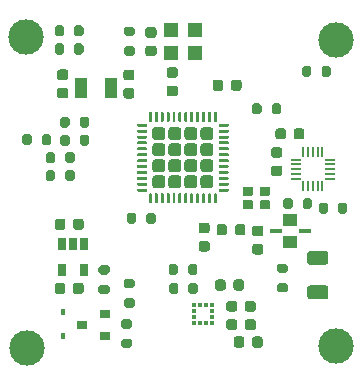
<source format=gtp>
G04 #@! TF.GenerationSoftware,KiCad,Pcbnew,(5.1.12)-1*
G04 #@! TF.CreationDate,2022-01-26T09:33:20+03:00*
G04 #@! TF.ProjectId,d_watch_v2,645f7761-7463-4685-9f76-322e6b696361,rev?*
G04 #@! TF.SameCoordinates,Original*
G04 #@! TF.FileFunction,Paste,Top*
G04 #@! TF.FilePolarity,Positive*
%FSLAX46Y46*%
G04 Gerber Fmt 4.6, Leading zero omitted, Abs format (unit mm)*
G04 Created by KiCad (PCBNEW (5.1.12)-1) date 2022-01-26 09:33:20*
%MOMM*%
%LPD*%
G01*
G04 APERTURE LIST*
%ADD10R,1.000000X1.800000*%
%ADD11O,0.250000X0.900000*%
%ADD12O,0.900000X0.250000*%
%ADD13R,1.300000X1.000000*%
%ADD14R,1.000000X0.350000*%
%ADD15R,1.300000X1.300000*%
%ADD16R,0.900000X0.800000*%
%ADD17R,0.450000X0.600000*%
%ADD18C,3.000000*%
%ADD19R,0.350000X0.375000*%
%ADD20R,0.375000X0.350000*%
%ADD21R,0.650000X1.060000*%
G04 APERTURE END LIST*
D10*
X108880000Y-36040000D03*
X106380000Y-36040000D03*
G36*
G01*
X121593600Y-45550000D02*
X122286400Y-45550000D01*
G75*
G02*
X122370000Y-45633600I0J-83600D01*
G01*
X122370000Y-46226400D01*
G75*
G02*
X122286400Y-46310000I-83600J0D01*
G01*
X121593600Y-46310000D01*
G75*
G02*
X121510000Y-46226400I0J83600D01*
G01*
X121510000Y-45633600D01*
G75*
G02*
X121593600Y-45550000I83600J0D01*
G01*
G37*
G36*
G01*
X120143600Y-45550000D02*
X120836400Y-45550000D01*
G75*
G02*
X120920000Y-45633600I0J-83600D01*
G01*
X120920000Y-46226400D01*
G75*
G02*
X120836400Y-46310000I-83600J0D01*
G01*
X120143600Y-46310000D01*
G75*
G02*
X120060000Y-46226400I0J83600D01*
G01*
X120060000Y-45633600D01*
G75*
G02*
X120143600Y-45550000I83600J0D01*
G01*
G37*
G36*
G01*
X120143600Y-44400000D02*
X120836400Y-44400000D01*
G75*
G02*
X120920000Y-44483600I0J-83600D01*
G01*
X120920000Y-45076400D01*
G75*
G02*
X120836400Y-45160000I-83600J0D01*
G01*
X120143600Y-45160000D01*
G75*
G02*
X120060000Y-45076400I0J83600D01*
G01*
X120060000Y-44483600D01*
G75*
G02*
X120143600Y-44400000I83600J0D01*
G01*
G37*
G36*
G01*
X121593600Y-44400000D02*
X122286400Y-44400000D01*
G75*
G02*
X122370000Y-44483600I0J-83600D01*
G01*
X122370000Y-45076400D01*
G75*
G02*
X122286400Y-45160000I-83600J0D01*
G01*
X121593600Y-45160000D01*
G75*
G02*
X121510000Y-45076400I0J83600D01*
G01*
X121510000Y-44483600D01*
G75*
G02*
X121593600Y-44400000I83600J0D01*
G01*
G37*
D11*
X125210000Y-41450000D03*
X125610000Y-41450000D03*
X126010000Y-41450000D03*
X126410000Y-41450000D03*
X126810000Y-41450000D03*
D12*
X127460000Y-42100000D03*
X127460000Y-42500000D03*
X127460000Y-42900000D03*
X127460000Y-43300000D03*
X127460000Y-43700000D03*
D11*
X126810000Y-44350000D03*
X126410000Y-44350000D03*
X126010000Y-44350000D03*
X125610000Y-44350000D03*
X125210000Y-44350000D03*
D12*
X124560000Y-43700000D03*
X124560000Y-43300000D03*
X124560000Y-42900000D03*
X124560000Y-42500000D03*
X124560000Y-42100000D03*
D13*
X124100000Y-49040000D03*
X124100000Y-47240000D03*
D14*
X125300000Y-48140000D03*
X122900000Y-48140000D03*
G36*
G01*
X125786000Y-52740000D02*
X127054000Y-52740000D01*
G75*
G02*
X127330000Y-53016000I0J-276000D01*
G01*
X127330000Y-53664000D01*
G75*
G02*
X127054000Y-53940000I-276000J0D01*
G01*
X125786000Y-53940000D01*
G75*
G02*
X125510000Y-53664000I0J276000D01*
G01*
X125510000Y-53016000D01*
G75*
G02*
X125786000Y-52740000I276000J0D01*
G01*
G37*
G36*
G01*
X125786000Y-49820000D02*
X127054000Y-49820000D01*
G75*
G02*
X127330000Y-50096000I0J-276000D01*
G01*
X127330000Y-50744000D01*
G75*
G02*
X127054000Y-51020000I-276000J0D01*
G01*
X125786000Y-51020000D01*
G75*
G02*
X125510000Y-50744000I0J276000D01*
G01*
X125510000Y-50096000D01*
G75*
G02*
X125786000Y-49820000I276000J0D01*
G01*
G37*
D15*
X116000000Y-31100000D03*
X116000000Y-33100000D03*
X114000000Y-33100000D03*
X114000000Y-31100000D03*
D16*
X106440000Y-56100000D03*
X108440000Y-55150000D03*
X108440000Y-57050000D03*
D17*
X104840000Y-57070000D03*
X104840000Y-54970000D03*
G36*
G01*
X110185000Y-53830000D02*
X110735000Y-53830000D01*
G75*
G02*
X110935000Y-54030000I0J-200000D01*
G01*
X110935000Y-54430000D01*
G75*
G02*
X110735000Y-54630000I-200000J0D01*
G01*
X110185000Y-54630000D01*
G75*
G02*
X109985000Y-54430000I0J200000D01*
G01*
X109985000Y-54030000D01*
G75*
G02*
X110185000Y-53830000I200000J0D01*
G01*
G37*
G36*
G01*
X110185000Y-52180000D02*
X110735000Y-52180000D01*
G75*
G02*
X110935000Y-52380000I0J-200000D01*
G01*
X110935000Y-52780000D01*
G75*
G02*
X110735000Y-52980000I-200000J0D01*
G01*
X110185000Y-52980000D01*
G75*
G02*
X109985000Y-52780000I0J200000D01*
G01*
X109985000Y-52380000D01*
G75*
G02*
X110185000Y-52180000I200000J0D01*
G01*
G37*
G36*
G01*
X109965000Y-57260000D02*
X110515000Y-57260000D01*
G75*
G02*
X110715000Y-57460000I0J-200000D01*
G01*
X110715000Y-57860000D01*
G75*
G02*
X110515000Y-58060000I-200000J0D01*
G01*
X109965000Y-58060000D01*
G75*
G02*
X109765000Y-57860000I0J200000D01*
G01*
X109765000Y-57460000D01*
G75*
G02*
X109965000Y-57260000I200000J0D01*
G01*
G37*
G36*
G01*
X109965000Y-55610000D02*
X110515000Y-55610000D01*
G75*
G02*
X110715000Y-55810000I0J-200000D01*
G01*
X110715000Y-56210000D01*
G75*
G02*
X110515000Y-56410000I-200000J0D01*
G01*
X109965000Y-56410000D01*
G75*
G02*
X109765000Y-56210000I0J200000D01*
G01*
X109765000Y-55810000D01*
G75*
G02*
X109965000Y-55610000I200000J0D01*
G01*
G37*
D18*
X101770000Y-58080000D03*
X127950000Y-31950000D03*
X127980000Y-57900000D03*
X101750000Y-31740000D03*
G36*
G01*
X110195000Y-32490000D02*
X110745000Y-32490000D01*
G75*
G02*
X110945000Y-32690000I0J-200000D01*
G01*
X110945000Y-33090000D01*
G75*
G02*
X110745000Y-33290000I-200000J0D01*
G01*
X110195000Y-33290000D01*
G75*
G02*
X109995000Y-33090000I0J200000D01*
G01*
X109995000Y-32690000D01*
G75*
G02*
X110195000Y-32490000I200000J0D01*
G01*
G37*
G36*
G01*
X110195000Y-30840000D02*
X110745000Y-30840000D01*
G75*
G02*
X110945000Y-31040000I0J-200000D01*
G01*
X110945000Y-31440000D01*
G75*
G02*
X110745000Y-31640000I-200000J0D01*
G01*
X110195000Y-31640000D01*
G75*
G02*
X109995000Y-31440000I0J200000D01*
G01*
X109995000Y-31040000D01*
G75*
G02*
X110195000Y-30840000I200000J0D01*
G01*
G37*
G36*
G01*
X114360000Y-35190000D02*
X113860000Y-35190000D01*
G75*
G02*
X113635000Y-34965000I0J225000D01*
G01*
X113635000Y-34515000D01*
G75*
G02*
X113860000Y-34290000I225000J0D01*
G01*
X114360000Y-34290000D01*
G75*
G02*
X114585000Y-34515000I0J-225000D01*
G01*
X114585000Y-34965000D01*
G75*
G02*
X114360000Y-35190000I-225000J0D01*
G01*
G37*
G36*
G01*
X114360000Y-36740000D02*
X113860000Y-36740000D01*
G75*
G02*
X113635000Y-36515000I0J225000D01*
G01*
X113635000Y-36065000D01*
G75*
G02*
X113860000Y-35840000I225000J0D01*
G01*
X114360000Y-35840000D01*
G75*
G02*
X114585000Y-36065000I0J-225000D01*
G01*
X114585000Y-36515000D01*
G75*
G02*
X114360000Y-36740000I-225000J0D01*
G01*
G37*
G36*
G01*
X121090000Y-49240000D02*
X121590000Y-49240000D01*
G75*
G02*
X121815000Y-49465000I0J-225000D01*
G01*
X121815000Y-49915000D01*
G75*
G02*
X121590000Y-50140000I-225000J0D01*
G01*
X121090000Y-50140000D01*
G75*
G02*
X120865000Y-49915000I0J225000D01*
G01*
X120865000Y-49465000D01*
G75*
G02*
X121090000Y-49240000I225000J0D01*
G01*
G37*
G36*
G01*
X121090000Y-47690000D02*
X121590000Y-47690000D01*
G75*
G02*
X121815000Y-47915000I0J-225000D01*
G01*
X121815000Y-48365000D01*
G75*
G02*
X121590000Y-48590000I-225000J0D01*
G01*
X121090000Y-48590000D01*
G75*
G02*
X120865000Y-48365000I0J225000D01*
G01*
X120865000Y-47915000D01*
G75*
G02*
X121090000Y-47690000I225000J0D01*
G01*
G37*
G36*
G01*
X119427500Y-48286250D02*
X119427500Y-47773750D01*
G75*
G02*
X119646250Y-47555000I218750J0D01*
G01*
X120083750Y-47555000D01*
G75*
G02*
X120302500Y-47773750I0J-218750D01*
G01*
X120302500Y-48286250D01*
G75*
G02*
X120083750Y-48505000I-218750J0D01*
G01*
X119646250Y-48505000D01*
G75*
G02*
X119427500Y-48286250I0J218750D01*
G01*
G37*
G36*
G01*
X117852500Y-48286250D02*
X117852500Y-47773750D01*
G75*
G02*
X118071250Y-47555000I218750J0D01*
G01*
X118508750Y-47555000D01*
G75*
G02*
X118727500Y-47773750I0J-218750D01*
G01*
X118727500Y-48286250D01*
G75*
G02*
X118508750Y-48505000I-218750J0D01*
G01*
X118071250Y-48505000D01*
G75*
G02*
X117852500Y-48286250I0J218750D01*
G01*
G37*
G36*
G01*
X120860000Y-57800000D02*
X120860000Y-57300000D01*
G75*
G02*
X121085000Y-57075000I225000J0D01*
G01*
X121535000Y-57075000D01*
G75*
G02*
X121760000Y-57300000I0J-225000D01*
G01*
X121760000Y-57800000D01*
G75*
G02*
X121535000Y-58025000I-225000J0D01*
G01*
X121085000Y-58025000D01*
G75*
G02*
X120860000Y-57800000I0J225000D01*
G01*
G37*
G36*
G01*
X119310000Y-57800000D02*
X119310000Y-57300000D01*
G75*
G02*
X119535000Y-57075000I225000J0D01*
G01*
X119985000Y-57075000D01*
G75*
G02*
X120210000Y-57300000I0J-225000D01*
G01*
X120210000Y-57800000D01*
G75*
G02*
X119985000Y-58025000I-225000J0D01*
G01*
X119535000Y-58025000D01*
G75*
G02*
X119310000Y-57800000I0J225000D01*
G01*
G37*
D19*
X116492500Y-54407500D03*
X116992500Y-54407500D03*
X116992500Y-55932500D03*
X116492500Y-55932500D03*
D20*
X117505000Y-54420000D03*
X115980000Y-54420000D03*
X117505000Y-55920000D03*
X115980000Y-55920000D03*
X117505000Y-55420000D03*
X117505000Y-54920000D03*
X115980000Y-55420000D03*
X115980000Y-54920000D03*
D21*
X106650000Y-51420000D03*
X104750000Y-51420000D03*
X104750000Y-49220000D03*
X105700000Y-49220000D03*
X106650000Y-49220000D03*
G36*
G01*
X116490000Y-44280000D02*
X116490000Y-43680000D01*
G75*
G02*
X116740000Y-43430000I250000J0D01*
G01*
X117340000Y-43430000D01*
G75*
G02*
X117590000Y-43680000I0J-250000D01*
G01*
X117590000Y-44280000D01*
G75*
G02*
X117340000Y-44530000I-250000J0D01*
G01*
X116740000Y-44530000D01*
G75*
G02*
X116490000Y-44280000I0J250000D01*
G01*
G37*
G36*
G01*
X116490000Y-42920000D02*
X116490000Y-42320000D01*
G75*
G02*
X116740000Y-42070000I250000J0D01*
G01*
X117340000Y-42070000D01*
G75*
G02*
X117590000Y-42320000I0J-250000D01*
G01*
X117590000Y-42920000D01*
G75*
G02*
X117340000Y-43170000I-250000J0D01*
G01*
X116740000Y-43170000D01*
G75*
G02*
X116490000Y-42920000I0J250000D01*
G01*
G37*
G36*
G01*
X116490000Y-41560000D02*
X116490000Y-40960000D01*
G75*
G02*
X116740000Y-40710000I250000J0D01*
G01*
X117340000Y-40710000D01*
G75*
G02*
X117590000Y-40960000I0J-250000D01*
G01*
X117590000Y-41560000D01*
G75*
G02*
X117340000Y-41810000I-250000J0D01*
G01*
X116740000Y-41810000D01*
G75*
G02*
X116490000Y-41560000I0J250000D01*
G01*
G37*
G36*
G01*
X116490000Y-40200000D02*
X116490000Y-39600000D01*
G75*
G02*
X116740000Y-39350000I250000J0D01*
G01*
X117340000Y-39350000D01*
G75*
G02*
X117590000Y-39600000I0J-250000D01*
G01*
X117590000Y-40200000D01*
G75*
G02*
X117340000Y-40450000I-250000J0D01*
G01*
X116740000Y-40450000D01*
G75*
G02*
X116490000Y-40200000I0J250000D01*
G01*
G37*
G36*
G01*
X115130000Y-44280000D02*
X115130000Y-43680000D01*
G75*
G02*
X115380000Y-43430000I250000J0D01*
G01*
X115980000Y-43430000D01*
G75*
G02*
X116230000Y-43680000I0J-250000D01*
G01*
X116230000Y-44280000D01*
G75*
G02*
X115980000Y-44530000I-250000J0D01*
G01*
X115380000Y-44530000D01*
G75*
G02*
X115130000Y-44280000I0J250000D01*
G01*
G37*
G36*
G01*
X115130000Y-42920000D02*
X115130000Y-42320000D01*
G75*
G02*
X115380000Y-42070000I250000J0D01*
G01*
X115980000Y-42070000D01*
G75*
G02*
X116230000Y-42320000I0J-250000D01*
G01*
X116230000Y-42920000D01*
G75*
G02*
X115980000Y-43170000I-250000J0D01*
G01*
X115380000Y-43170000D01*
G75*
G02*
X115130000Y-42920000I0J250000D01*
G01*
G37*
G36*
G01*
X115130000Y-41560000D02*
X115130000Y-40960000D01*
G75*
G02*
X115380000Y-40710000I250000J0D01*
G01*
X115980000Y-40710000D01*
G75*
G02*
X116230000Y-40960000I0J-250000D01*
G01*
X116230000Y-41560000D01*
G75*
G02*
X115980000Y-41810000I-250000J0D01*
G01*
X115380000Y-41810000D01*
G75*
G02*
X115130000Y-41560000I0J250000D01*
G01*
G37*
G36*
G01*
X115130000Y-40200000D02*
X115130000Y-39600000D01*
G75*
G02*
X115380000Y-39350000I250000J0D01*
G01*
X115980000Y-39350000D01*
G75*
G02*
X116230000Y-39600000I0J-250000D01*
G01*
X116230000Y-40200000D01*
G75*
G02*
X115980000Y-40450000I-250000J0D01*
G01*
X115380000Y-40450000D01*
G75*
G02*
X115130000Y-40200000I0J250000D01*
G01*
G37*
G36*
G01*
X113770000Y-44280000D02*
X113770000Y-43680000D01*
G75*
G02*
X114020000Y-43430000I250000J0D01*
G01*
X114620000Y-43430000D01*
G75*
G02*
X114870000Y-43680000I0J-250000D01*
G01*
X114870000Y-44280000D01*
G75*
G02*
X114620000Y-44530000I-250000J0D01*
G01*
X114020000Y-44530000D01*
G75*
G02*
X113770000Y-44280000I0J250000D01*
G01*
G37*
G36*
G01*
X113770000Y-42920000D02*
X113770000Y-42320000D01*
G75*
G02*
X114020000Y-42070000I250000J0D01*
G01*
X114620000Y-42070000D01*
G75*
G02*
X114870000Y-42320000I0J-250000D01*
G01*
X114870000Y-42920000D01*
G75*
G02*
X114620000Y-43170000I-250000J0D01*
G01*
X114020000Y-43170000D01*
G75*
G02*
X113770000Y-42920000I0J250000D01*
G01*
G37*
G36*
G01*
X113770000Y-41560000D02*
X113770000Y-40960000D01*
G75*
G02*
X114020000Y-40710000I250000J0D01*
G01*
X114620000Y-40710000D01*
G75*
G02*
X114870000Y-40960000I0J-250000D01*
G01*
X114870000Y-41560000D01*
G75*
G02*
X114620000Y-41810000I-250000J0D01*
G01*
X114020000Y-41810000D01*
G75*
G02*
X113770000Y-41560000I0J250000D01*
G01*
G37*
G36*
G01*
X113770000Y-40200000D02*
X113770000Y-39600000D01*
G75*
G02*
X114020000Y-39350000I250000J0D01*
G01*
X114620000Y-39350000D01*
G75*
G02*
X114870000Y-39600000I0J-250000D01*
G01*
X114870000Y-40200000D01*
G75*
G02*
X114620000Y-40450000I-250000J0D01*
G01*
X114020000Y-40450000D01*
G75*
G02*
X113770000Y-40200000I0J250000D01*
G01*
G37*
G36*
G01*
X112410000Y-44280000D02*
X112410000Y-43680000D01*
G75*
G02*
X112660000Y-43430000I250000J0D01*
G01*
X113260000Y-43430000D01*
G75*
G02*
X113510000Y-43680000I0J-250000D01*
G01*
X113510000Y-44280000D01*
G75*
G02*
X113260000Y-44530000I-250000J0D01*
G01*
X112660000Y-44530000D01*
G75*
G02*
X112410000Y-44280000I0J250000D01*
G01*
G37*
G36*
G01*
X112410000Y-42920000D02*
X112410000Y-42320000D01*
G75*
G02*
X112660000Y-42070000I250000J0D01*
G01*
X113260000Y-42070000D01*
G75*
G02*
X113510000Y-42320000I0J-250000D01*
G01*
X113510000Y-42920000D01*
G75*
G02*
X113260000Y-43170000I-250000J0D01*
G01*
X112660000Y-43170000D01*
G75*
G02*
X112410000Y-42920000I0J250000D01*
G01*
G37*
G36*
G01*
X112410000Y-41560000D02*
X112410000Y-40960000D01*
G75*
G02*
X112660000Y-40710000I250000J0D01*
G01*
X113260000Y-40710000D01*
G75*
G02*
X113510000Y-40960000I0J-250000D01*
G01*
X113510000Y-41560000D01*
G75*
G02*
X113260000Y-41810000I-250000J0D01*
G01*
X112660000Y-41810000D01*
G75*
G02*
X112410000Y-41560000I0J250000D01*
G01*
G37*
G36*
G01*
X112410000Y-40200000D02*
X112410000Y-39600000D01*
G75*
G02*
X112660000Y-39350000I250000J0D01*
G01*
X113260000Y-39350000D01*
G75*
G02*
X113510000Y-39600000I0J-250000D01*
G01*
X113510000Y-40200000D01*
G75*
G02*
X113260000Y-40450000I-250000J0D01*
G01*
X112660000Y-40450000D01*
G75*
G02*
X112410000Y-40200000I0J250000D01*
G01*
G37*
G36*
G01*
X112125000Y-38852500D02*
X112125000Y-38127500D01*
G75*
G02*
X112187500Y-38065000I62500J0D01*
G01*
X112312500Y-38065000D01*
G75*
G02*
X112375000Y-38127500I0J-62500D01*
G01*
X112375000Y-38852500D01*
G75*
G02*
X112312500Y-38915000I-62500J0D01*
G01*
X112187500Y-38915000D01*
G75*
G02*
X112125000Y-38852500I0J62500D01*
G01*
G37*
G36*
G01*
X112625000Y-38852500D02*
X112625000Y-38127500D01*
G75*
G02*
X112687500Y-38065000I62500J0D01*
G01*
X112812500Y-38065000D01*
G75*
G02*
X112875000Y-38127500I0J-62500D01*
G01*
X112875000Y-38852500D01*
G75*
G02*
X112812500Y-38915000I-62500J0D01*
G01*
X112687500Y-38915000D01*
G75*
G02*
X112625000Y-38852500I0J62500D01*
G01*
G37*
G36*
G01*
X113125000Y-38852500D02*
X113125000Y-38127500D01*
G75*
G02*
X113187500Y-38065000I62500J0D01*
G01*
X113312500Y-38065000D01*
G75*
G02*
X113375000Y-38127500I0J-62500D01*
G01*
X113375000Y-38852500D01*
G75*
G02*
X113312500Y-38915000I-62500J0D01*
G01*
X113187500Y-38915000D01*
G75*
G02*
X113125000Y-38852500I0J62500D01*
G01*
G37*
G36*
G01*
X113625000Y-38852500D02*
X113625000Y-38127500D01*
G75*
G02*
X113687500Y-38065000I62500J0D01*
G01*
X113812500Y-38065000D01*
G75*
G02*
X113875000Y-38127500I0J-62500D01*
G01*
X113875000Y-38852500D01*
G75*
G02*
X113812500Y-38915000I-62500J0D01*
G01*
X113687500Y-38915000D01*
G75*
G02*
X113625000Y-38852500I0J62500D01*
G01*
G37*
G36*
G01*
X114125000Y-38852500D02*
X114125000Y-38127500D01*
G75*
G02*
X114187500Y-38065000I62500J0D01*
G01*
X114312500Y-38065000D01*
G75*
G02*
X114375000Y-38127500I0J-62500D01*
G01*
X114375000Y-38852500D01*
G75*
G02*
X114312500Y-38915000I-62500J0D01*
G01*
X114187500Y-38915000D01*
G75*
G02*
X114125000Y-38852500I0J62500D01*
G01*
G37*
G36*
G01*
X114625000Y-38852500D02*
X114625000Y-38127500D01*
G75*
G02*
X114687500Y-38065000I62500J0D01*
G01*
X114812500Y-38065000D01*
G75*
G02*
X114875000Y-38127500I0J-62500D01*
G01*
X114875000Y-38852500D01*
G75*
G02*
X114812500Y-38915000I-62500J0D01*
G01*
X114687500Y-38915000D01*
G75*
G02*
X114625000Y-38852500I0J62500D01*
G01*
G37*
G36*
G01*
X115125000Y-38852500D02*
X115125000Y-38127500D01*
G75*
G02*
X115187500Y-38065000I62500J0D01*
G01*
X115312500Y-38065000D01*
G75*
G02*
X115375000Y-38127500I0J-62500D01*
G01*
X115375000Y-38852500D01*
G75*
G02*
X115312500Y-38915000I-62500J0D01*
G01*
X115187500Y-38915000D01*
G75*
G02*
X115125000Y-38852500I0J62500D01*
G01*
G37*
G36*
G01*
X115625000Y-38852500D02*
X115625000Y-38127500D01*
G75*
G02*
X115687500Y-38065000I62500J0D01*
G01*
X115812500Y-38065000D01*
G75*
G02*
X115875000Y-38127500I0J-62500D01*
G01*
X115875000Y-38852500D01*
G75*
G02*
X115812500Y-38915000I-62500J0D01*
G01*
X115687500Y-38915000D01*
G75*
G02*
X115625000Y-38852500I0J62500D01*
G01*
G37*
G36*
G01*
X116125000Y-38852500D02*
X116125000Y-38127500D01*
G75*
G02*
X116187500Y-38065000I62500J0D01*
G01*
X116312500Y-38065000D01*
G75*
G02*
X116375000Y-38127500I0J-62500D01*
G01*
X116375000Y-38852500D01*
G75*
G02*
X116312500Y-38915000I-62500J0D01*
G01*
X116187500Y-38915000D01*
G75*
G02*
X116125000Y-38852500I0J62500D01*
G01*
G37*
G36*
G01*
X116625000Y-38852500D02*
X116625000Y-38127500D01*
G75*
G02*
X116687500Y-38065000I62500J0D01*
G01*
X116812500Y-38065000D01*
G75*
G02*
X116875000Y-38127500I0J-62500D01*
G01*
X116875000Y-38852500D01*
G75*
G02*
X116812500Y-38915000I-62500J0D01*
G01*
X116687500Y-38915000D01*
G75*
G02*
X116625000Y-38852500I0J62500D01*
G01*
G37*
G36*
G01*
X117125000Y-38852500D02*
X117125000Y-38127500D01*
G75*
G02*
X117187500Y-38065000I62500J0D01*
G01*
X117312500Y-38065000D01*
G75*
G02*
X117375000Y-38127500I0J-62500D01*
G01*
X117375000Y-38852500D01*
G75*
G02*
X117312500Y-38915000I-62500J0D01*
G01*
X117187500Y-38915000D01*
G75*
G02*
X117125000Y-38852500I0J62500D01*
G01*
G37*
G36*
G01*
X117625000Y-38852500D02*
X117625000Y-38127500D01*
G75*
G02*
X117687500Y-38065000I62500J0D01*
G01*
X117812500Y-38065000D01*
G75*
G02*
X117875000Y-38127500I0J-62500D01*
G01*
X117875000Y-38852500D01*
G75*
G02*
X117812500Y-38915000I-62500J0D01*
G01*
X117687500Y-38915000D01*
G75*
G02*
X117625000Y-38852500I0J62500D01*
G01*
G37*
G36*
G01*
X118025000Y-39252500D02*
X118025000Y-39127500D01*
G75*
G02*
X118087500Y-39065000I62500J0D01*
G01*
X118812500Y-39065000D01*
G75*
G02*
X118875000Y-39127500I0J-62500D01*
G01*
X118875000Y-39252500D01*
G75*
G02*
X118812500Y-39315000I-62500J0D01*
G01*
X118087500Y-39315000D01*
G75*
G02*
X118025000Y-39252500I0J62500D01*
G01*
G37*
G36*
G01*
X118025000Y-39752500D02*
X118025000Y-39627500D01*
G75*
G02*
X118087500Y-39565000I62500J0D01*
G01*
X118812500Y-39565000D01*
G75*
G02*
X118875000Y-39627500I0J-62500D01*
G01*
X118875000Y-39752500D01*
G75*
G02*
X118812500Y-39815000I-62500J0D01*
G01*
X118087500Y-39815000D01*
G75*
G02*
X118025000Y-39752500I0J62500D01*
G01*
G37*
G36*
G01*
X118025000Y-40252500D02*
X118025000Y-40127500D01*
G75*
G02*
X118087500Y-40065000I62500J0D01*
G01*
X118812500Y-40065000D01*
G75*
G02*
X118875000Y-40127500I0J-62500D01*
G01*
X118875000Y-40252500D01*
G75*
G02*
X118812500Y-40315000I-62500J0D01*
G01*
X118087500Y-40315000D01*
G75*
G02*
X118025000Y-40252500I0J62500D01*
G01*
G37*
G36*
G01*
X118025000Y-40752500D02*
X118025000Y-40627500D01*
G75*
G02*
X118087500Y-40565000I62500J0D01*
G01*
X118812500Y-40565000D01*
G75*
G02*
X118875000Y-40627500I0J-62500D01*
G01*
X118875000Y-40752500D01*
G75*
G02*
X118812500Y-40815000I-62500J0D01*
G01*
X118087500Y-40815000D01*
G75*
G02*
X118025000Y-40752500I0J62500D01*
G01*
G37*
G36*
G01*
X118025000Y-41252500D02*
X118025000Y-41127500D01*
G75*
G02*
X118087500Y-41065000I62500J0D01*
G01*
X118812500Y-41065000D01*
G75*
G02*
X118875000Y-41127500I0J-62500D01*
G01*
X118875000Y-41252500D01*
G75*
G02*
X118812500Y-41315000I-62500J0D01*
G01*
X118087500Y-41315000D01*
G75*
G02*
X118025000Y-41252500I0J62500D01*
G01*
G37*
G36*
G01*
X118025000Y-41752500D02*
X118025000Y-41627500D01*
G75*
G02*
X118087500Y-41565000I62500J0D01*
G01*
X118812500Y-41565000D01*
G75*
G02*
X118875000Y-41627500I0J-62500D01*
G01*
X118875000Y-41752500D01*
G75*
G02*
X118812500Y-41815000I-62500J0D01*
G01*
X118087500Y-41815000D01*
G75*
G02*
X118025000Y-41752500I0J62500D01*
G01*
G37*
G36*
G01*
X118025000Y-42252500D02*
X118025000Y-42127500D01*
G75*
G02*
X118087500Y-42065000I62500J0D01*
G01*
X118812500Y-42065000D01*
G75*
G02*
X118875000Y-42127500I0J-62500D01*
G01*
X118875000Y-42252500D01*
G75*
G02*
X118812500Y-42315000I-62500J0D01*
G01*
X118087500Y-42315000D01*
G75*
G02*
X118025000Y-42252500I0J62500D01*
G01*
G37*
G36*
G01*
X118025000Y-42752500D02*
X118025000Y-42627500D01*
G75*
G02*
X118087500Y-42565000I62500J0D01*
G01*
X118812500Y-42565000D01*
G75*
G02*
X118875000Y-42627500I0J-62500D01*
G01*
X118875000Y-42752500D01*
G75*
G02*
X118812500Y-42815000I-62500J0D01*
G01*
X118087500Y-42815000D01*
G75*
G02*
X118025000Y-42752500I0J62500D01*
G01*
G37*
G36*
G01*
X118025000Y-43252500D02*
X118025000Y-43127500D01*
G75*
G02*
X118087500Y-43065000I62500J0D01*
G01*
X118812500Y-43065000D01*
G75*
G02*
X118875000Y-43127500I0J-62500D01*
G01*
X118875000Y-43252500D01*
G75*
G02*
X118812500Y-43315000I-62500J0D01*
G01*
X118087500Y-43315000D01*
G75*
G02*
X118025000Y-43252500I0J62500D01*
G01*
G37*
G36*
G01*
X118025000Y-43752500D02*
X118025000Y-43627500D01*
G75*
G02*
X118087500Y-43565000I62500J0D01*
G01*
X118812500Y-43565000D01*
G75*
G02*
X118875000Y-43627500I0J-62500D01*
G01*
X118875000Y-43752500D01*
G75*
G02*
X118812500Y-43815000I-62500J0D01*
G01*
X118087500Y-43815000D01*
G75*
G02*
X118025000Y-43752500I0J62500D01*
G01*
G37*
G36*
G01*
X118025000Y-44252500D02*
X118025000Y-44127500D01*
G75*
G02*
X118087500Y-44065000I62500J0D01*
G01*
X118812500Y-44065000D01*
G75*
G02*
X118875000Y-44127500I0J-62500D01*
G01*
X118875000Y-44252500D01*
G75*
G02*
X118812500Y-44315000I-62500J0D01*
G01*
X118087500Y-44315000D01*
G75*
G02*
X118025000Y-44252500I0J62500D01*
G01*
G37*
G36*
G01*
X118025000Y-44752500D02*
X118025000Y-44627500D01*
G75*
G02*
X118087500Y-44565000I62500J0D01*
G01*
X118812500Y-44565000D01*
G75*
G02*
X118875000Y-44627500I0J-62500D01*
G01*
X118875000Y-44752500D01*
G75*
G02*
X118812500Y-44815000I-62500J0D01*
G01*
X118087500Y-44815000D01*
G75*
G02*
X118025000Y-44752500I0J62500D01*
G01*
G37*
G36*
G01*
X117625000Y-45752500D02*
X117625000Y-45027500D01*
G75*
G02*
X117687500Y-44965000I62500J0D01*
G01*
X117812500Y-44965000D01*
G75*
G02*
X117875000Y-45027500I0J-62500D01*
G01*
X117875000Y-45752500D01*
G75*
G02*
X117812500Y-45815000I-62500J0D01*
G01*
X117687500Y-45815000D01*
G75*
G02*
X117625000Y-45752500I0J62500D01*
G01*
G37*
G36*
G01*
X117125000Y-45752500D02*
X117125000Y-45027500D01*
G75*
G02*
X117187500Y-44965000I62500J0D01*
G01*
X117312500Y-44965000D01*
G75*
G02*
X117375000Y-45027500I0J-62500D01*
G01*
X117375000Y-45752500D01*
G75*
G02*
X117312500Y-45815000I-62500J0D01*
G01*
X117187500Y-45815000D01*
G75*
G02*
X117125000Y-45752500I0J62500D01*
G01*
G37*
G36*
G01*
X116625000Y-45752500D02*
X116625000Y-45027500D01*
G75*
G02*
X116687500Y-44965000I62500J0D01*
G01*
X116812500Y-44965000D01*
G75*
G02*
X116875000Y-45027500I0J-62500D01*
G01*
X116875000Y-45752500D01*
G75*
G02*
X116812500Y-45815000I-62500J0D01*
G01*
X116687500Y-45815000D01*
G75*
G02*
X116625000Y-45752500I0J62500D01*
G01*
G37*
G36*
G01*
X116125000Y-45752500D02*
X116125000Y-45027500D01*
G75*
G02*
X116187500Y-44965000I62500J0D01*
G01*
X116312500Y-44965000D01*
G75*
G02*
X116375000Y-45027500I0J-62500D01*
G01*
X116375000Y-45752500D01*
G75*
G02*
X116312500Y-45815000I-62500J0D01*
G01*
X116187500Y-45815000D01*
G75*
G02*
X116125000Y-45752500I0J62500D01*
G01*
G37*
G36*
G01*
X115625000Y-45752500D02*
X115625000Y-45027500D01*
G75*
G02*
X115687500Y-44965000I62500J0D01*
G01*
X115812500Y-44965000D01*
G75*
G02*
X115875000Y-45027500I0J-62500D01*
G01*
X115875000Y-45752500D01*
G75*
G02*
X115812500Y-45815000I-62500J0D01*
G01*
X115687500Y-45815000D01*
G75*
G02*
X115625000Y-45752500I0J62500D01*
G01*
G37*
G36*
G01*
X115125000Y-45752500D02*
X115125000Y-45027500D01*
G75*
G02*
X115187500Y-44965000I62500J0D01*
G01*
X115312500Y-44965000D01*
G75*
G02*
X115375000Y-45027500I0J-62500D01*
G01*
X115375000Y-45752500D01*
G75*
G02*
X115312500Y-45815000I-62500J0D01*
G01*
X115187500Y-45815000D01*
G75*
G02*
X115125000Y-45752500I0J62500D01*
G01*
G37*
G36*
G01*
X114625000Y-45752500D02*
X114625000Y-45027500D01*
G75*
G02*
X114687500Y-44965000I62500J0D01*
G01*
X114812500Y-44965000D01*
G75*
G02*
X114875000Y-45027500I0J-62500D01*
G01*
X114875000Y-45752500D01*
G75*
G02*
X114812500Y-45815000I-62500J0D01*
G01*
X114687500Y-45815000D01*
G75*
G02*
X114625000Y-45752500I0J62500D01*
G01*
G37*
G36*
G01*
X114125000Y-45752500D02*
X114125000Y-45027500D01*
G75*
G02*
X114187500Y-44965000I62500J0D01*
G01*
X114312500Y-44965000D01*
G75*
G02*
X114375000Y-45027500I0J-62500D01*
G01*
X114375000Y-45752500D01*
G75*
G02*
X114312500Y-45815000I-62500J0D01*
G01*
X114187500Y-45815000D01*
G75*
G02*
X114125000Y-45752500I0J62500D01*
G01*
G37*
G36*
G01*
X113625000Y-45752500D02*
X113625000Y-45027500D01*
G75*
G02*
X113687500Y-44965000I62500J0D01*
G01*
X113812500Y-44965000D01*
G75*
G02*
X113875000Y-45027500I0J-62500D01*
G01*
X113875000Y-45752500D01*
G75*
G02*
X113812500Y-45815000I-62500J0D01*
G01*
X113687500Y-45815000D01*
G75*
G02*
X113625000Y-45752500I0J62500D01*
G01*
G37*
G36*
G01*
X113125000Y-45752500D02*
X113125000Y-45027500D01*
G75*
G02*
X113187500Y-44965000I62500J0D01*
G01*
X113312500Y-44965000D01*
G75*
G02*
X113375000Y-45027500I0J-62500D01*
G01*
X113375000Y-45752500D01*
G75*
G02*
X113312500Y-45815000I-62500J0D01*
G01*
X113187500Y-45815000D01*
G75*
G02*
X113125000Y-45752500I0J62500D01*
G01*
G37*
G36*
G01*
X112625000Y-45752500D02*
X112625000Y-45027500D01*
G75*
G02*
X112687500Y-44965000I62500J0D01*
G01*
X112812500Y-44965000D01*
G75*
G02*
X112875000Y-45027500I0J-62500D01*
G01*
X112875000Y-45752500D01*
G75*
G02*
X112812500Y-45815000I-62500J0D01*
G01*
X112687500Y-45815000D01*
G75*
G02*
X112625000Y-45752500I0J62500D01*
G01*
G37*
G36*
G01*
X112125000Y-45752500D02*
X112125000Y-45027500D01*
G75*
G02*
X112187500Y-44965000I62500J0D01*
G01*
X112312500Y-44965000D01*
G75*
G02*
X112375000Y-45027500I0J-62500D01*
G01*
X112375000Y-45752500D01*
G75*
G02*
X112312500Y-45815000I-62500J0D01*
G01*
X112187500Y-45815000D01*
G75*
G02*
X112125000Y-45752500I0J62500D01*
G01*
G37*
G36*
G01*
X111125000Y-44752500D02*
X111125000Y-44627500D01*
G75*
G02*
X111187500Y-44565000I62500J0D01*
G01*
X111912500Y-44565000D01*
G75*
G02*
X111975000Y-44627500I0J-62500D01*
G01*
X111975000Y-44752500D01*
G75*
G02*
X111912500Y-44815000I-62500J0D01*
G01*
X111187500Y-44815000D01*
G75*
G02*
X111125000Y-44752500I0J62500D01*
G01*
G37*
G36*
G01*
X111125000Y-44252500D02*
X111125000Y-44127500D01*
G75*
G02*
X111187500Y-44065000I62500J0D01*
G01*
X111912500Y-44065000D01*
G75*
G02*
X111975000Y-44127500I0J-62500D01*
G01*
X111975000Y-44252500D01*
G75*
G02*
X111912500Y-44315000I-62500J0D01*
G01*
X111187500Y-44315000D01*
G75*
G02*
X111125000Y-44252500I0J62500D01*
G01*
G37*
G36*
G01*
X111125000Y-43752500D02*
X111125000Y-43627500D01*
G75*
G02*
X111187500Y-43565000I62500J0D01*
G01*
X111912500Y-43565000D01*
G75*
G02*
X111975000Y-43627500I0J-62500D01*
G01*
X111975000Y-43752500D01*
G75*
G02*
X111912500Y-43815000I-62500J0D01*
G01*
X111187500Y-43815000D01*
G75*
G02*
X111125000Y-43752500I0J62500D01*
G01*
G37*
G36*
G01*
X111125000Y-43252500D02*
X111125000Y-43127500D01*
G75*
G02*
X111187500Y-43065000I62500J0D01*
G01*
X111912500Y-43065000D01*
G75*
G02*
X111975000Y-43127500I0J-62500D01*
G01*
X111975000Y-43252500D01*
G75*
G02*
X111912500Y-43315000I-62500J0D01*
G01*
X111187500Y-43315000D01*
G75*
G02*
X111125000Y-43252500I0J62500D01*
G01*
G37*
G36*
G01*
X111125000Y-42752500D02*
X111125000Y-42627500D01*
G75*
G02*
X111187500Y-42565000I62500J0D01*
G01*
X111912500Y-42565000D01*
G75*
G02*
X111975000Y-42627500I0J-62500D01*
G01*
X111975000Y-42752500D01*
G75*
G02*
X111912500Y-42815000I-62500J0D01*
G01*
X111187500Y-42815000D01*
G75*
G02*
X111125000Y-42752500I0J62500D01*
G01*
G37*
G36*
G01*
X111125000Y-42252500D02*
X111125000Y-42127500D01*
G75*
G02*
X111187500Y-42065000I62500J0D01*
G01*
X111912500Y-42065000D01*
G75*
G02*
X111975000Y-42127500I0J-62500D01*
G01*
X111975000Y-42252500D01*
G75*
G02*
X111912500Y-42315000I-62500J0D01*
G01*
X111187500Y-42315000D01*
G75*
G02*
X111125000Y-42252500I0J62500D01*
G01*
G37*
G36*
G01*
X111125000Y-41752500D02*
X111125000Y-41627500D01*
G75*
G02*
X111187500Y-41565000I62500J0D01*
G01*
X111912500Y-41565000D01*
G75*
G02*
X111975000Y-41627500I0J-62500D01*
G01*
X111975000Y-41752500D01*
G75*
G02*
X111912500Y-41815000I-62500J0D01*
G01*
X111187500Y-41815000D01*
G75*
G02*
X111125000Y-41752500I0J62500D01*
G01*
G37*
G36*
G01*
X111125000Y-41252500D02*
X111125000Y-41127500D01*
G75*
G02*
X111187500Y-41065000I62500J0D01*
G01*
X111912500Y-41065000D01*
G75*
G02*
X111975000Y-41127500I0J-62500D01*
G01*
X111975000Y-41252500D01*
G75*
G02*
X111912500Y-41315000I-62500J0D01*
G01*
X111187500Y-41315000D01*
G75*
G02*
X111125000Y-41252500I0J62500D01*
G01*
G37*
G36*
G01*
X111125000Y-40752500D02*
X111125000Y-40627500D01*
G75*
G02*
X111187500Y-40565000I62500J0D01*
G01*
X111912500Y-40565000D01*
G75*
G02*
X111975000Y-40627500I0J-62500D01*
G01*
X111975000Y-40752500D01*
G75*
G02*
X111912500Y-40815000I-62500J0D01*
G01*
X111187500Y-40815000D01*
G75*
G02*
X111125000Y-40752500I0J62500D01*
G01*
G37*
G36*
G01*
X111125000Y-40252500D02*
X111125000Y-40127500D01*
G75*
G02*
X111187500Y-40065000I62500J0D01*
G01*
X111912500Y-40065000D01*
G75*
G02*
X111975000Y-40127500I0J-62500D01*
G01*
X111975000Y-40252500D01*
G75*
G02*
X111912500Y-40315000I-62500J0D01*
G01*
X111187500Y-40315000D01*
G75*
G02*
X111125000Y-40252500I0J62500D01*
G01*
G37*
G36*
G01*
X111125000Y-39752500D02*
X111125000Y-39627500D01*
G75*
G02*
X111187500Y-39565000I62500J0D01*
G01*
X111912500Y-39565000D01*
G75*
G02*
X111975000Y-39627500I0J-62500D01*
G01*
X111975000Y-39752500D01*
G75*
G02*
X111912500Y-39815000I-62500J0D01*
G01*
X111187500Y-39815000D01*
G75*
G02*
X111125000Y-39752500I0J62500D01*
G01*
G37*
G36*
G01*
X111125000Y-39252500D02*
X111125000Y-39127500D01*
G75*
G02*
X111187500Y-39065000I62500J0D01*
G01*
X111912500Y-39065000D01*
G75*
G02*
X111975000Y-39127500I0J-62500D01*
G01*
X111975000Y-39252500D01*
G75*
G02*
X111912500Y-39315000I-62500J0D01*
G01*
X111187500Y-39315000D01*
G75*
G02*
X111125000Y-39252500I0J62500D01*
G01*
G37*
G36*
G01*
X115470000Y-53295000D02*
X115470000Y-52745000D01*
G75*
G02*
X115670000Y-52545000I200000J0D01*
G01*
X116070000Y-52545000D01*
G75*
G02*
X116270000Y-52745000I0J-200000D01*
G01*
X116270000Y-53295000D01*
G75*
G02*
X116070000Y-53495000I-200000J0D01*
G01*
X115670000Y-53495000D01*
G75*
G02*
X115470000Y-53295000I0J200000D01*
G01*
G37*
G36*
G01*
X113820000Y-53295000D02*
X113820000Y-52745000D01*
G75*
G02*
X114020000Y-52545000I200000J0D01*
G01*
X114420000Y-52545000D01*
G75*
G02*
X114620000Y-52745000I0J-200000D01*
G01*
X114620000Y-53295000D01*
G75*
G02*
X114420000Y-53495000I-200000J0D01*
G01*
X114020000Y-53495000D01*
G75*
G02*
X113820000Y-53295000I0J200000D01*
G01*
G37*
G36*
G01*
X115440000Y-51675000D02*
X115440000Y-51125000D01*
G75*
G02*
X115640000Y-50925000I200000J0D01*
G01*
X116040000Y-50925000D01*
G75*
G02*
X116240000Y-51125000I0J-200000D01*
G01*
X116240000Y-51675000D01*
G75*
G02*
X116040000Y-51875000I-200000J0D01*
G01*
X115640000Y-51875000D01*
G75*
G02*
X115440000Y-51675000I0J200000D01*
G01*
G37*
G36*
G01*
X113790000Y-51675000D02*
X113790000Y-51125000D01*
G75*
G02*
X113990000Y-50925000I200000J0D01*
G01*
X114390000Y-50925000D01*
G75*
G02*
X114590000Y-51125000I0J-200000D01*
G01*
X114590000Y-51675000D01*
G75*
G02*
X114390000Y-51875000I-200000J0D01*
G01*
X113990000Y-51875000D01*
G75*
G02*
X113790000Y-51675000I0J200000D01*
G01*
G37*
G36*
G01*
X111900000Y-47345000D02*
X111900000Y-46795000D01*
G75*
G02*
X112100000Y-46595000I200000J0D01*
G01*
X112500000Y-46595000D01*
G75*
G02*
X112700000Y-46795000I0J-200000D01*
G01*
X112700000Y-47345000D01*
G75*
G02*
X112500000Y-47545000I-200000J0D01*
G01*
X112100000Y-47545000D01*
G75*
G02*
X111900000Y-47345000I0J200000D01*
G01*
G37*
G36*
G01*
X110250000Y-47345000D02*
X110250000Y-46795000D01*
G75*
G02*
X110450000Y-46595000I200000J0D01*
G01*
X110850000Y-46595000D01*
G75*
G02*
X111050000Y-46795000I0J-200000D01*
G01*
X111050000Y-47345000D01*
G75*
G02*
X110850000Y-47545000I-200000J0D01*
G01*
X110450000Y-47545000D01*
G75*
G02*
X110250000Y-47345000I0J200000D01*
G01*
G37*
G36*
G01*
X123145000Y-52550000D02*
X123695000Y-52550000D01*
G75*
G02*
X123895000Y-52750000I0J-200000D01*
G01*
X123895000Y-53150000D01*
G75*
G02*
X123695000Y-53350000I-200000J0D01*
G01*
X123145000Y-53350000D01*
G75*
G02*
X122945000Y-53150000I0J200000D01*
G01*
X122945000Y-52750000D01*
G75*
G02*
X123145000Y-52550000I200000J0D01*
G01*
G37*
G36*
G01*
X123145000Y-50900000D02*
X123695000Y-50900000D01*
G75*
G02*
X123895000Y-51100000I0J-200000D01*
G01*
X123895000Y-51500000D01*
G75*
G02*
X123695000Y-51700000I-200000J0D01*
G01*
X123145000Y-51700000D01*
G75*
G02*
X122945000Y-51500000I0J200000D01*
G01*
X122945000Y-51100000D01*
G75*
G02*
X123145000Y-50900000I200000J0D01*
G01*
G37*
G36*
G01*
X125890000Y-34345000D02*
X125890000Y-34895000D01*
G75*
G02*
X125690000Y-35095000I-200000J0D01*
G01*
X125290000Y-35095000D01*
G75*
G02*
X125090000Y-34895000I0J200000D01*
G01*
X125090000Y-34345000D01*
G75*
G02*
X125290000Y-34145000I200000J0D01*
G01*
X125690000Y-34145000D01*
G75*
G02*
X125890000Y-34345000I0J-200000D01*
G01*
G37*
G36*
G01*
X127540000Y-34345000D02*
X127540000Y-34895000D01*
G75*
G02*
X127340000Y-35095000I-200000J0D01*
G01*
X126940000Y-35095000D01*
G75*
G02*
X126740000Y-34895000I0J200000D01*
G01*
X126740000Y-34345000D01*
G75*
G02*
X126940000Y-34145000I200000J0D01*
G01*
X127340000Y-34145000D01*
G75*
G02*
X127540000Y-34345000I0J-200000D01*
G01*
G37*
G36*
G01*
X105790000Y-31475000D02*
X105790000Y-30925000D01*
G75*
G02*
X105990000Y-30725000I200000J0D01*
G01*
X106390000Y-30725000D01*
G75*
G02*
X106590000Y-30925000I0J-200000D01*
G01*
X106590000Y-31475000D01*
G75*
G02*
X106390000Y-31675000I-200000J0D01*
G01*
X105990000Y-31675000D01*
G75*
G02*
X105790000Y-31475000I0J200000D01*
G01*
G37*
G36*
G01*
X104140000Y-31475000D02*
X104140000Y-30925000D01*
G75*
G02*
X104340000Y-30725000I200000J0D01*
G01*
X104740000Y-30725000D01*
G75*
G02*
X104940000Y-30925000I0J-200000D01*
G01*
X104940000Y-31475000D01*
G75*
G02*
X104740000Y-31675000I-200000J0D01*
G01*
X104340000Y-31675000D01*
G75*
G02*
X104140000Y-31475000I0J200000D01*
G01*
G37*
G36*
G01*
X127290000Y-45935000D02*
X127290000Y-46485000D01*
G75*
G02*
X127090000Y-46685000I-200000J0D01*
G01*
X126690000Y-46685000D01*
G75*
G02*
X126490000Y-46485000I0J200000D01*
G01*
X126490000Y-45935000D01*
G75*
G02*
X126690000Y-45735000I200000J0D01*
G01*
X127090000Y-45735000D01*
G75*
G02*
X127290000Y-45935000I0J-200000D01*
G01*
G37*
G36*
G01*
X128940000Y-45935000D02*
X128940000Y-46485000D01*
G75*
G02*
X128740000Y-46685000I-200000J0D01*
G01*
X128340000Y-46685000D01*
G75*
G02*
X128140000Y-46485000I0J200000D01*
G01*
X128140000Y-45935000D01*
G75*
G02*
X128340000Y-45735000I200000J0D01*
G01*
X128740000Y-45735000D01*
G75*
G02*
X128940000Y-45935000I0J-200000D01*
G01*
G37*
G36*
G01*
X106270000Y-40735000D02*
X106270000Y-40185000D01*
G75*
G02*
X106470000Y-39985000I200000J0D01*
G01*
X106870000Y-39985000D01*
G75*
G02*
X107070000Y-40185000I0J-200000D01*
G01*
X107070000Y-40735000D01*
G75*
G02*
X106870000Y-40935000I-200000J0D01*
G01*
X106470000Y-40935000D01*
G75*
G02*
X106270000Y-40735000I0J200000D01*
G01*
G37*
G36*
G01*
X104620000Y-40735000D02*
X104620000Y-40185000D01*
G75*
G02*
X104820000Y-39985000I200000J0D01*
G01*
X105220000Y-39985000D01*
G75*
G02*
X105420000Y-40185000I0J-200000D01*
G01*
X105420000Y-40735000D01*
G75*
G02*
X105220000Y-40935000I-200000J0D01*
G01*
X104820000Y-40935000D01*
G75*
G02*
X104620000Y-40735000I0J200000D01*
G01*
G37*
G36*
G01*
X105410000Y-38655000D02*
X105410000Y-39205000D01*
G75*
G02*
X105210000Y-39405000I-200000J0D01*
G01*
X104810000Y-39405000D01*
G75*
G02*
X104610000Y-39205000I0J200000D01*
G01*
X104610000Y-38655000D01*
G75*
G02*
X104810000Y-38455000I200000J0D01*
G01*
X105210000Y-38455000D01*
G75*
G02*
X105410000Y-38655000I0J-200000D01*
G01*
G37*
G36*
G01*
X107060000Y-38655000D02*
X107060000Y-39205000D01*
G75*
G02*
X106860000Y-39405000I-200000J0D01*
G01*
X106460000Y-39405000D01*
G75*
G02*
X106260000Y-39205000I0J200000D01*
G01*
X106260000Y-38655000D01*
G75*
G02*
X106460000Y-38455000I200000J0D01*
G01*
X106860000Y-38455000D01*
G75*
G02*
X107060000Y-38655000I0J-200000D01*
G01*
G37*
G36*
G01*
X105050000Y-42205000D02*
X105050000Y-41655000D01*
G75*
G02*
X105250000Y-41455000I200000J0D01*
G01*
X105650000Y-41455000D01*
G75*
G02*
X105850000Y-41655000I0J-200000D01*
G01*
X105850000Y-42205000D01*
G75*
G02*
X105650000Y-42405000I-200000J0D01*
G01*
X105250000Y-42405000D01*
G75*
G02*
X105050000Y-42205000I0J200000D01*
G01*
G37*
G36*
G01*
X103400000Y-42205000D02*
X103400000Y-41655000D01*
G75*
G02*
X103600000Y-41455000I200000J0D01*
G01*
X104000000Y-41455000D01*
G75*
G02*
X104200000Y-41655000I0J-200000D01*
G01*
X104200000Y-42205000D01*
G75*
G02*
X104000000Y-42405000I-200000J0D01*
G01*
X103600000Y-42405000D01*
G75*
G02*
X103400000Y-42205000I0J200000D01*
G01*
G37*
G36*
G01*
X105790000Y-33005000D02*
X105790000Y-32455000D01*
G75*
G02*
X105990000Y-32255000I200000J0D01*
G01*
X106390000Y-32255000D01*
G75*
G02*
X106590000Y-32455000I0J-200000D01*
G01*
X106590000Y-33005000D01*
G75*
G02*
X106390000Y-33205000I-200000J0D01*
G01*
X105990000Y-33205000D01*
G75*
G02*
X105790000Y-33005000I0J200000D01*
G01*
G37*
G36*
G01*
X104140000Y-33005000D02*
X104140000Y-32455000D01*
G75*
G02*
X104340000Y-32255000I200000J0D01*
G01*
X104740000Y-32255000D01*
G75*
G02*
X104940000Y-32455000I0J-200000D01*
G01*
X104940000Y-33005000D01*
G75*
G02*
X104740000Y-33205000I-200000J0D01*
G01*
X104340000Y-33205000D01*
G75*
G02*
X104140000Y-33005000I0J200000D01*
G01*
G37*
G36*
G01*
X122510000Y-38075000D02*
X122510000Y-37525000D01*
G75*
G02*
X122710000Y-37325000I200000J0D01*
G01*
X123110000Y-37325000D01*
G75*
G02*
X123310000Y-37525000I0J-200000D01*
G01*
X123310000Y-38075000D01*
G75*
G02*
X123110000Y-38275000I-200000J0D01*
G01*
X122710000Y-38275000D01*
G75*
G02*
X122510000Y-38075000I0J200000D01*
G01*
G37*
G36*
G01*
X120860000Y-38075000D02*
X120860000Y-37525000D01*
G75*
G02*
X121060000Y-37325000I200000J0D01*
G01*
X121460000Y-37325000D01*
G75*
G02*
X121660000Y-37525000I0J-200000D01*
G01*
X121660000Y-38075000D01*
G75*
G02*
X121460000Y-38275000I-200000J0D01*
G01*
X121060000Y-38275000D01*
G75*
G02*
X120860000Y-38075000I0J200000D01*
G01*
G37*
G36*
G01*
X108605000Y-51840000D02*
X108055000Y-51840000D01*
G75*
G02*
X107855000Y-51640000I0J200000D01*
G01*
X107855000Y-51240000D01*
G75*
G02*
X108055000Y-51040000I200000J0D01*
G01*
X108605000Y-51040000D01*
G75*
G02*
X108805000Y-51240000I0J-200000D01*
G01*
X108805000Y-51640000D01*
G75*
G02*
X108605000Y-51840000I-200000J0D01*
G01*
G37*
G36*
G01*
X108605000Y-53490000D02*
X108055000Y-53490000D01*
G75*
G02*
X107855000Y-53290000I0J200000D01*
G01*
X107855000Y-52890000D01*
G75*
G02*
X108055000Y-52690000I200000J0D01*
G01*
X108605000Y-52690000D01*
G75*
G02*
X108805000Y-52890000I0J-200000D01*
G01*
X108805000Y-53290000D01*
G75*
G02*
X108605000Y-53490000I-200000J0D01*
G01*
G37*
G36*
G01*
X103050000Y-40705000D02*
X103050000Y-40155000D01*
G75*
G02*
X103250000Y-39955000I200000J0D01*
G01*
X103650000Y-39955000D01*
G75*
G02*
X103850000Y-40155000I0J-200000D01*
G01*
X103850000Y-40705000D01*
G75*
G02*
X103650000Y-40905000I-200000J0D01*
G01*
X103250000Y-40905000D01*
G75*
G02*
X103050000Y-40705000I0J200000D01*
G01*
G37*
G36*
G01*
X101400000Y-40705000D02*
X101400000Y-40155000D01*
G75*
G02*
X101600000Y-39955000I200000J0D01*
G01*
X102000000Y-39955000D01*
G75*
G02*
X102200000Y-40155000I0J-200000D01*
G01*
X102200000Y-40705000D01*
G75*
G02*
X102000000Y-40905000I-200000J0D01*
G01*
X101600000Y-40905000D01*
G75*
G02*
X101400000Y-40705000I0J200000D01*
G01*
G37*
G36*
G01*
X104190000Y-43175000D02*
X104190000Y-43725000D01*
G75*
G02*
X103990000Y-43925000I-200000J0D01*
G01*
X103590000Y-43925000D01*
G75*
G02*
X103390000Y-43725000I0J200000D01*
G01*
X103390000Y-43175000D01*
G75*
G02*
X103590000Y-42975000I200000J0D01*
G01*
X103990000Y-42975000D01*
G75*
G02*
X104190000Y-43175000I0J-200000D01*
G01*
G37*
G36*
G01*
X105840000Y-43175000D02*
X105840000Y-43725000D01*
G75*
G02*
X105640000Y-43925000I-200000J0D01*
G01*
X105240000Y-43925000D01*
G75*
G02*
X105040000Y-43725000I0J200000D01*
G01*
X105040000Y-43175000D01*
G75*
G02*
X105240000Y-42975000I200000J0D01*
G01*
X105640000Y-42975000D01*
G75*
G02*
X105840000Y-43175000I0J-200000D01*
G01*
G37*
G36*
G01*
X125150000Y-46095000D02*
X125150000Y-45545000D01*
G75*
G02*
X125350000Y-45345000I200000J0D01*
G01*
X125750000Y-45345000D01*
G75*
G02*
X125950000Y-45545000I0J-200000D01*
G01*
X125950000Y-46095000D01*
G75*
G02*
X125750000Y-46295000I-200000J0D01*
G01*
X125350000Y-46295000D01*
G75*
G02*
X125150000Y-46095000I0J200000D01*
G01*
G37*
G36*
G01*
X123500000Y-46095000D02*
X123500000Y-45545000D01*
G75*
G02*
X123700000Y-45345000I200000J0D01*
G01*
X124100000Y-45345000D01*
G75*
G02*
X124300000Y-45545000I0J-200000D01*
G01*
X124300000Y-46095000D01*
G75*
G02*
X124100000Y-46295000I-200000J0D01*
G01*
X123700000Y-46295000D01*
G75*
G02*
X123500000Y-46095000I0J200000D01*
G01*
G37*
G36*
G01*
X123740000Y-39670000D02*
X123740000Y-40170000D01*
G75*
G02*
X123515000Y-40395000I-225000J0D01*
G01*
X123065000Y-40395000D01*
G75*
G02*
X122840000Y-40170000I0J225000D01*
G01*
X122840000Y-39670000D01*
G75*
G02*
X123065000Y-39445000I225000J0D01*
G01*
X123515000Y-39445000D01*
G75*
G02*
X123740000Y-39670000I0J-225000D01*
G01*
G37*
G36*
G01*
X125290000Y-39670000D02*
X125290000Y-40170000D01*
G75*
G02*
X125065000Y-40395000I-225000J0D01*
G01*
X124615000Y-40395000D01*
G75*
G02*
X124390000Y-40170000I0J225000D01*
G01*
X124390000Y-39670000D01*
G75*
G02*
X124615000Y-39445000I225000J0D01*
G01*
X125065000Y-39445000D01*
G75*
G02*
X125290000Y-39670000I0J-225000D01*
G01*
G37*
G36*
G01*
X123190000Y-41950000D02*
X122690000Y-41950000D01*
G75*
G02*
X122465000Y-41725000I0J225000D01*
G01*
X122465000Y-41275000D01*
G75*
G02*
X122690000Y-41050000I225000J0D01*
G01*
X123190000Y-41050000D01*
G75*
G02*
X123415000Y-41275000I0J-225000D01*
G01*
X123415000Y-41725000D01*
G75*
G02*
X123190000Y-41950000I-225000J0D01*
G01*
G37*
G36*
G01*
X123190000Y-43500000D02*
X122690000Y-43500000D01*
G75*
G02*
X122465000Y-43275000I0J225000D01*
G01*
X122465000Y-42825000D01*
G75*
G02*
X122690000Y-42600000I225000J0D01*
G01*
X123190000Y-42600000D01*
G75*
G02*
X123415000Y-42825000I0J-225000D01*
G01*
X123415000Y-43275000D01*
G75*
G02*
X123190000Y-43500000I-225000J0D01*
G01*
G37*
G36*
G01*
X120470000Y-55630000D02*
X120970000Y-55630000D01*
G75*
G02*
X121195000Y-55855000I0J-225000D01*
G01*
X121195000Y-56305000D01*
G75*
G02*
X120970000Y-56530000I-225000J0D01*
G01*
X120470000Y-56530000D01*
G75*
G02*
X120245000Y-56305000I0J225000D01*
G01*
X120245000Y-55855000D01*
G75*
G02*
X120470000Y-55630000I225000J0D01*
G01*
G37*
G36*
G01*
X120470000Y-54080000D02*
X120970000Y-54080000D01*
G75*
G02*
X121195000Y-54305000I0J-225000D01*
G01*
X121195000Y-54755000D01*
G75*
G02*
X120970000Y-54980000I-225000J0D01*
G01*
X120470000Y-54980000D01*
G75*
G02*
X120245000Y-54755000I0J225000D01*
G01*
X120245000Y-54305000D01*
G75*
G02*
X120470000Y-54080000I225000J0D01*
G01*
G37*
G36*
G01*
X118890000Y-55620000D02*
X119390000Y-55620000D01*
G75*
G02*
X119615000Y-55845000I0J-225000D01*
G01*
X119615000Y-56295000D01*
G75*
G02*
X119390000Y-56520000I-225000J0D01*
G01*
X118890000Y-56520000D01*
G75*
G02*
X118665000Y-56295000I0J225000D01*
G01*
X118665000Y-55845000D01*
G75*
G02*
X118890000Y-55620000I225000J0D01*
G01*
G37*
G36*
G01*
X118890000Y-54070000D02*
X119390000Y-54070000D01*
G75*
G02*
X119615000Y-54295000I0J-225000D01*
G01*
X119615000Y-54745000D01*
G75*
G02*
X119390000Y-54970000I-225000J0D01*
G01*
X118890000Y-54970000D01*
G75*
G02*
X118665000Y-54745000I0J225000D01*
G01*
X118665000Y-54295000D01*
G75*
G02*
X118890000Y-54070000I225000J0D01*
G01*
G37*
G36*
G01*
X119280000Y-52970000D02*
X119280000Y-52470000D01*
G75*
G02*
X119505000Y-52245000I225000J0D01*
G01*
X119955000Y-52245000D01*
G75*
G02*
X120180000Y-52470000I0J-225000D01*
G01*
X120180000Y-52970000D01*
G75*
G02*
X119955000Y-53195000I-225000J0D01*
G01*
X119505000Y-53195000D01*
G75*
G02*
X119280000Y-52970000I0J225000D01*
G01*
G37*
G36*
G01*
X117730000Y-52970000D02*
X117730000Y-52470000D01*
G75*
G02*
X117955000Y-52245000I225000J0D01*
G01*
X118405000Y-52245000D01*
G75*
G02*
X118630000Y-52470000I0J-225000D01*
G01*
X118630000Y-52970000D01*
G75*
G02*
X118405000Y-53195000I-225000J0D01*
G01*
X117955000Y-53195000D01*
G75*
G02*
X117730000Y-52970000I0J225000D01*
G01*
G37*
G36*
G01*
X110680000Y-35380000D02*
X110180000Y-35380000D01*
G75*
G02*
X109955000Y-35155000I0J225000D01*
G01*
X109955000Y-34705000D01*
G75*
G02*
X110180000Y-34480000I225000J0D01*
G01*
X110680000Y-34480000D01*
G75*
G02*
X110905000Y-34705000I0J-225000D01*
G01*
X110905000Y-35155000D01*
G75*
G02*
X110680000Y-35380000I-225000J0D01*
G01*
G37*
G36*
G01*
X110680000Y-36930000D02*
X110180000Y-36930000D01*
G75*
G02*
X109955000Y-36705000I0J225000D01*
G01*
X109955000Y-36255000D01*
G75*
G02*
X110180000Y-36030000I225000J0D01*
G01*
X110680000Y-36030000D01*
G75*
G02*
X110905000Y-36255000I0J-225000D01*
G01*
X110905000Y-36705000D01*
G75*
G02*
X110680000Y-36930000I-225000J0D01*
G01*
G37*
G36*
G01*
X105070000Y-35370000D02*
X104570000Y-35370000D01*
G75*
G02*
X104345000Y-35145000I0J225000D01*
G01*
X104345000Y-34695000D01*
G75*
G02*
X104570000Y-34470000I225000J0D01*
G01*
X105070000Y-34470000D01*
G75*
G02*
X105295000Y-34695000I0J-225000D01*
G01*
X105295000Y-35145000D01*
G75*
G02*
X105070000Y-35370000I-225000J0D01*
G01*
G37*
G36*
G01*
X105070000Y-36920000D02*
X104570000Y-36920000D01*
G75*
G02*
X104345000Y-36695000I0J225000D01*
G01*
X104345000Y-36245000D01*
G75*
G02*
X104570000Y-36020000I225000J0D01*
G01*
X105070000Y-36020000D01*
G75*
G02*
X105295000Y-36245000I0J-225000D01*
G01*
X105295000Y-36695000D01*
G75*
G02*
X105070000Y-36920000I-225000J0D01*
G01*
G37*
G36*
G01*
X105710000Y-47830000D02*
X105710000Y-47330000D01*
G75*
G02*
X105935000Y-47105000I225000J0D01*
G01*
X106385000Y-47105000D01*
G75*
G02*
X106610000Y-47330000I0J-225000D01*
G01*
X106610000Y-47830000D01*
G75*
G02*
X106385000Y-48055000I-225000J0D01*
G01*
X105935000Y-48055000D01*
G75*
G02*
X105710000Y-47830000I0J225000D01*
G01*
G37*
G36*
G01*
X104160000Y-47830000D02*
X104160000Y-47330000D01*
G75*
G02*
X104385000Y-47105000I225000J0D01*
G01*
X104835000Y-47105000D01*
G75*
G02*
X105060000Y-47330000I0J-225000D01*
G01*
X105060000Y-47830000D01*
G75*
G02*
X104835000Y-48055000I-225000J0D01*
G01*
X104385000Y-48055000D01*
G75*
G02*
X104160000Y-47830000I0J225000D01*
G01*
G37*
G36*
G01*
X116560000Y-48990000D02*
X117060000Y-48990000D01*
G75*
G02*
X117285000Y-49215000I0J-225000D01*
G01*
X117285000Y-49665000D01*
G75*
G02*
X117060000Y-49890000I-225000J0D01*
G01*
X116560000Y-49890000D01*
G75*
G02*
X116335000Y-49665000I0J225000D01*
G01*
X116335000Y-49215000D01*
G75*
G02*
X116560000Y-48990000I225000J0D01*
G01*
G37*
G36*
G01*
X116560000Y-47440000D02*
X117060000Y-47440000D01*
G75*
G02*
X117285000Y-47665000I0J-225000D01*
G01*
X117285000Y-48115000D01*
G75*
G02*
X117060000Y-48340000I-225000J0D01*
G01*
X116560000Y-48340000D01*
G75*
G02*
X116335000Y-48115000I0J225000D01*
G01*
X116335000Y-47665000D01*
G75*
G02*
X116560000Y-47440000I225000J0D01*
G01*
G37*
G36*
G01*
X119070000Y-36060000D02*
X119070000Y-35560000D01*
G75*
G02*
X119295000Y-35335000I225000J0D01*
G01*
X119745000Y-35335000D01*
G75*
G02*
X119970000Y-35560000I0J-225000D01*
G01*
X119970000Y-36060000D01*
G75*
G02*
X119745000Y-36285000I-225000J0D01*
G01*
X119295000Y-36285000D01*
G75*
G02*
X119070000Y-36060000I0J225000D01*
G01*
G37*
G36*
G01*
X117520000Y-36060000D02*
X117520000Y-35560000D01*
G75*
G02*
X117745000Y-35335000I225000J0D01*
G01*
X118195000Y-35335000D01*
G75*
G02*
X118420000Y-35560000I0J-225000D01*
G01*
X118420000Y-36060000D01*
G75*
G02*
X118195000Y-36285000I-225000J0D01*
G01*
X117745000Y-36285000D01*
G75*
G02*
X117520000Y-36060000I0J225000D01*
G01*
G37*
G36*
G01*
X112550000Y-31790000D02*
X112050000Y-31790000D01*
G75*
G02*
X111825000Y-31565000I0J225000D01*
G01*
X111825000Y-31115000D01*
G75*
G02*
X112050000Y-30890000I225000J0D01*
G01*
X112550000Y-30890000D01*
G75*
G02*
X112775000Y-31115000I0J-225000D01*
G01*
X112775000Y-31565000D01*
G75*
G02*
X112550000Y-31790000I-225000J0D01*
G01*
G37*
G36*
G01*
X112550000Y-33340000D02*
X112050000Y-33340000D01*
G75*
G02*
X111825000Y-33115000I0J225000D01*
G01*
X111825000Y-32665000D01*
G75*
G02*
X112050000Y-32440000I225000J0D01*
G01*
X112550000Y-32440000D01*
G75*
G02*
X112775000Y-32665000I0J-225000D01*
G01*
X112775000Y-33115000D01*
G75*
G02*
X112550000Y-33340000I-225000J0D01*
G01*
G37*
G36*
G01*
X105700000Y-53260000D02*
X105700000Y-52760000D01*
G75*
G02*
X105925000Y-52535000I225000J0D01*
G01*
X106375000Y-52535000D01*
G75*
G02*
X106600000Y-52760000I0J-225000D01*
G01*
X106600000Y-53260000D01*
G75*
G02*
X106375000Y-53485000I-225000J0D01*
G01*
X105925000Y-53485000D01*
G75*
G02*
X105700000Y-53260000I0J225000D01*
G01*
G37*
G36*
G01*
X104150000Y-53260000D02*
X104150000Y-52760000D01*
G75*
G02*
X104375000Y-52535000I225000J0D01*
G01*
X104825000Y-52535000D01*
G75*
G02*
X105050000Y-52760000I0J-225000D01*
G01*
X105050000Y-53260000D01*
G75*
G02*
X104825000Y-53485000I-225000J0D01*
G01*
X104375000Y-53485000D01*
G75*
G02*
X104150000Y-53260000I0J225000D01*
G01*
G37*
M02*

</source>
